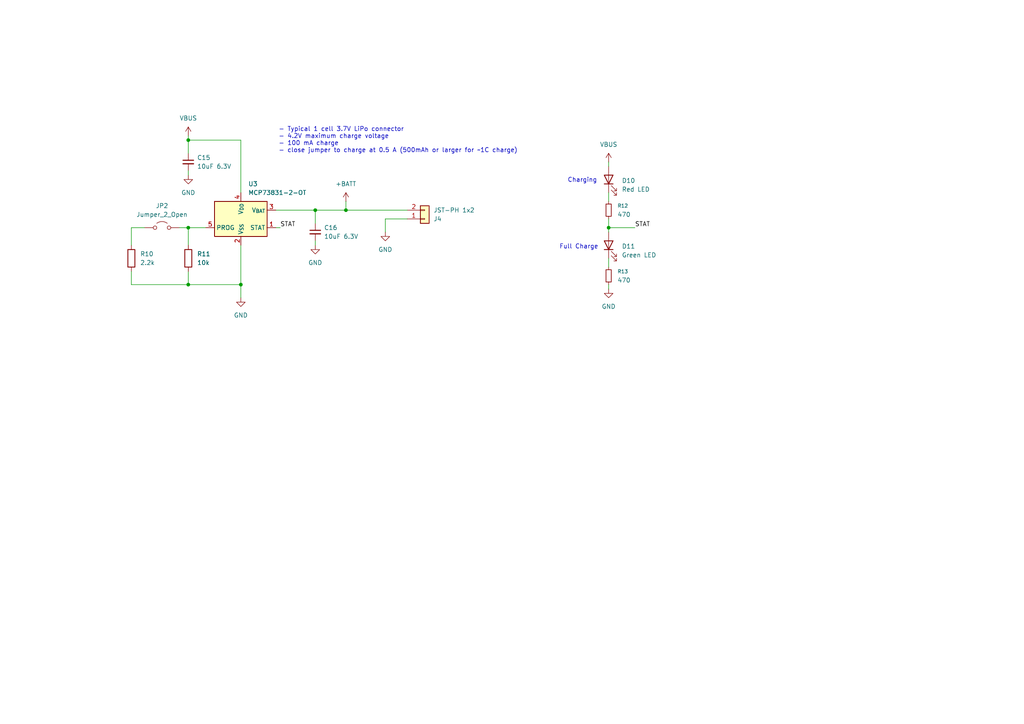
<source format=kicad_sch>
(kicad_sch (version 20250114) (generator "eeschema") (generator_version "9.0")
  (paper "A4")
  (lib_symbols
    (symbol "Battery_Management:MCP73831-2-OT"
      (property "Reference" "U" (at -7.62 6.35 0))
      (property "Value" "MCP73831-2-OT" (at 1.27 6.35 0))
      (symbol "MCP73831-2-OT_0_1"
        (rectangle (start -7.62 5.08) (end 7.62 -5.08) (stroke (width 0.254)) (fill (type background)))
      )
      (symbol "MCP73831-2-OT_1_1"
        (pin input line (at -10.16 -2.54 0) (length 2.54) (name "PROG") (number "5"))
        (pin power_in line (at 0 7.62 270) (length 2.54) (name "V_{DD}") (number "4"))
        (pin power_in line (at 0 -7.62 90) (length 2.54) (name "V_{SS}") (number "2"))
        (pin power_out line (at 10.16 2.54 180) (length 2.54) (name "V_{BAT}") (number "3"))
        (pin tri_state line (at 10.16 -2.54 180) (length 2.54) (name "STAT") (number "1"))
      )
    )
    (symbol "Connector_Generic:Conn_01x02" (pin_names (offset 1.016) (hide yes))
      (property "Reference" "J" (at 0 2.54 0))
      (property "Value" "Conn_01x02" (at 0 -5.08 0))
      (symbol "Conn_01x02_1_1"
        (rectangle (start -1.27 1.27) (end 1.27 -3.81) (stroke (width 0.254)) (fill (type background)))
        (rectangle (start -1.27 0.127) (end 0 -0.127) (stroke (width 0.1524)))
        (rectangle (start -1.27 -2.413) (end 0 -2.667) (stroke (width 0.1524)))
        (pin passive line (at -5.08 0 0) (length 3.81) (name "Pin_1") (number "1"))
        (pin passive line (at -5.08 -2.54 0) (length 3.81) (name "Pin_2") (number "2"))
      )
    )
    (symbol "Device:C_Small" (pin_numbers (hide yes)) (pin_names (offset 0.254) (hide yes))
      (property "Reference" "C" (at 0.254 1.778 0))
      (property "Value" "C_Small" (at 0.254 -2.032 0))
      (symbol "C_Small_0_1"
        (polyline (pts (xy -1.524 0.508) (xy 1.524 0.508)) (stroke (width 0.3048)))
        (polyline (pts (xy -1.524 -0.508) (xy 1.524 -0.508)) (stroke (width 0.3302)))
      )
      (symbol "C_Small_1_1"
        (pin passive line (at 0 2.54 270) (length 2.032) (name "~") (number "1"))
        (pin passive line (at 0 -2.54 90) (length 2.032) (name "~") (number "2"))
      )
    )
    (symbol "Device:LED" (pin_numbers (hide yes)) (pin_names (offset 1.016) (hide yes))
      (property "Reference" "D" (at 0 2.54 0))
      (property "Value" "LED" (at 0 -2.54 0))
      (symbol "LED_0_1"
        (polyline (pts (xy -3.048 -0.762) (xy -4.572 -2.286) (xy -3.81 -2.286) (xy -4.572 -2.286) (xy -4.572 -1.524)))
        (polyline (pts (xy -1.778 -0.762) (xy -3.302 -2.286) (xy -2.54 -2.286) (xy -3.302 -2.286) (xy -3.302 -1.524)))
        (polyline (pts (xy -1.27 0) (xy 1.27 0)))
        (polyline (pts (xy -1.27 -1.27) (xy -1.27 1.27)) (stroke (width 0.254)))
        (polyline (pts (xy 1.27 -1.27) (xy 1.27 1.27) (xy -1.27 0) (xy 1.27 -1.27)) (stroke (width 0.254)))
      )
      (symbol "LED_1_1"
        (pin passive line (at -3.81 0 0) (length 2.54) (name "K") (number "1"))
        (pin passive line (at 3.81 0 180) (length 2.54) (name "A") (number "2"))
      )
    )
    (symbol "Device:R" (pin_numbers (hide yes)) (pin_names (offset 0))
      (property "Reference" "R" (at 2.032 0 90))
      (property "Value" "R" (at 0 0 90))
      (symbol "R_0_1"
        (rectangle (start -1.016 -2.54) (end 1.016 2.54) (stroke (width 0.254)))
      )
      (symbol "R_1_1"
        (pin passive line (at 0 3.81 270) (length 1.27) (name "~") (number "1"))
        (pin passive line (at 0 -3.81 90) (length 1.27) (name "~") (number "2"))
      )
    )
    (symbol "Device:R_Small" (pin_numbers (hide yes)) (pin_names (offset 0.254) (hide yes))
      (property "Reference" "R" (at 0 0 90))
      (property "Value" "R_Small" (at 1.778 0 90))
      (symbol "R_Small_0_1"
        (rectangle (start -0.762 1.778) (end 0.762 -1.778) (stroke (width 0.2032)))
      )
      (symbol "R_Small_1_1"
        (pin passive line (at 0 2.54 270) (length 0.762) (name "~") (number "1"))
        (pin passive line (at 0 -2.54 90) (length 0.762) (name "~") (number "2"))
      )
    )
    (symbol "Jumper:Jumper_2_Open" (pin_numbers (hide yes)) (pin_names (offset 0) (hide yes))
      (property "Reference" "JP" (at 0 2.794 0))
      (property "Value" "Jumper_2_Open" (at 0 -2.286 0))
      (symbol "Jumper_2_Open_0_0"
        (circle (center -2.032 0) (radius 0.508))
        (circle (center 2.032 0) (radius 0.508))
      )
      (symbol "Jumper_2_Open_0_1"
        (arc (start -1.524 1.27) (mid 0 1.778) (end 1.524 1.27))
      )
      (symbol "Jumper_2_Open_1_1"
        (pin passive line (at -5.08 0 0) (length 2.54) (name "A") (number "1"))
        (pin passive line (at 5.08 0 180) (length 2.54) (name "B") (number "2"))
      )
    )
    (symbol "power:+BATT" (power) (pin_numbers (hide yes)) (pin_names (offset 0) (hide yes))
      (property "Value" "+BATT" (at 0 3.556 0))
      (symbol "+BATT_0_1"
        (polyline (pts (xy -0.762 1.27) (xy 0 2.54)))
        (polyline (pts (xy 0 2.54) (xy 0.762 1.27)))
        (polyline (pts (xy 0 0) (xy 0 2.54)))
      )
      (symbol "+BATT_1_1"
        (pin power_in line (at 0 0 90) (length 0) (name "~") (number "1"))
      )
    )
    (symbol "power:GND" (power) (pin_numbers (hide yes)) (pin_names (offset 0) (hide yes))
      (property "Value" "GND" (at 0 -3.81 0))
      (symbol "GND_0_1"
        (polyline (pts (xy 0 0) (xy 0 -1.27) (xy 1.27 -1.27) (xy 0 -2.54) (xy -1.27 -1.27) (xy 0 -1.27)))
      )
      (symbol "GND_1_1"
        (pin power_in line (at 0 0 270) (length 0) (name "~") (number "1"))
      )
    )
    (symbol "power:VBUS" (power) (pin_numbers (hide yes)) (pin_names (offset 0) (hide yes))
      (property "Value" "VBUS" (at 0 3.556 0))
      (symbol "VBUS_0_1"
        (polyline (pts (xy -0.762 1.27) (xy 0 2.54)))
        (polyline (pts (xy 0 2.54) (xy 0.762 1.27)))
        (polyline (pts (xy 0 0) (xy 0 2.54)))
      )
      (symbol "VBUS_1_1"
        (pin power_in line (at 0 0 90) (length 0) (name "~") (number "1"))
      )
    )
  )
  (text "- Typical 1 cell 3.7V LiPo connector\n- 4.2V maximum charge voltage\n- 100 mA charge\n- close jumper to charge at 0.5 A (500mAh or larger for ~1C charge)\n" (at 80.772 40.64 0) (effects (font (size 1.27 1.27)) (justify left)))
  (text "Charging" (at 168.91 52.324 0) (effects (font (size 1.27 1.27))))
  (text "Full Charge" (at 167.894 71.628 0) (effects (font (size 1.27 1.27))))
  (junction (at 176.53 66.04))
  (junction (at 69.85 82.55))
  (junction (at 54.61 82.55))
  (junction (at 54.61 66.04))
  (junction (at 100.33 60.96))
  (junction (at 91.44 60.96))
  (junction (at 54.61 40.64))
  (wire (pts (xy 54.61 66.04) (xy 59.69 66.04)))
  (wire (pts (xy 69.85 71.12) (xy 69.85 82.55)))
  (wire (pts (xy 54.61 44.45) (xy 54.61 40.64)))
  (wire (pts (xy 100.33 60.96) (xy 118.11 60.96)))
  (wire (pts (xy 54.61 39.37) (xy 54.61 40.64)))
  (wire (pts (xy 54.61 82.55) (xy 69.85 82.55)))
  (wire (pts (xy 111.76 67.31) (xy 111.76 63.5)))
  (wire (pts (xy 91.44 60.96) (xy 100.33 60.96)))
  (wire (pts (xy 69.85 82.55) (xy 69.85 86.36)))
  (wire (pts (xy 54.61 82.55) (xy 54.61 78.74)))
  (wire (pts (xy 80.01 66.04) (xy 81.28 66.04)))
  (wire (pts (xy 111.76 63.5) (xy 118.11 63.5)))
  (wire (pts (xy 176.53 82.55) (xy 176.53 83.82)))
  (wire (pts (xy 54.61 71.12) (xy 54.61 66.04)))
  (wire (pts (xy 184.15 66.04) (xy 176.53 66.04)))
  (wire (pts (xy 91.44 69.85) (xy 91.44 71.12)))
  (wire (pts (xy 176.53 66.04) (xy 176.53 67.31)))
  (wire (pts (xy 100.33 58.42) (xy 100.33 60.96)))
  (wire (pts (xy 54.61 49.53) (xy 54.61 50.8)))
  (wire (pts (xy 176.53 66.04) (xy 176.53 63.5)))
  (wire (pts (xy 176.53 55.88) (xy 176.53 58.42)))
  (wire (pts (xy 52.07 66.04) (xy 54.61 66.04)))
  (wire (pts (xy 69.85 40.64) (xy 69.85 55.88)))
  (wire (pts (xy 38.1 82.55) (xy 54.61 82.55)))
  (wire (pts (xy 91.44 64.77) (xy 91.44 60.96)))
  (wire (pts (xy 38.1 66.04) (xy 41.91 66.04)))
  (wire (pts (xy 38.1 71.12) (xy 38.1 66.04)))
  (wire (pts (xy 38.1 78.74) (xy 38.1 82.55)))
  (wire (pts (xy 54.61 40.64) (xy 69.85 40.64)))
  (wire (pts (xy 176.53 74.93) (xy 176.53 77.47)))
  (wire (pts (xy 80.01 60.96) (xy 91.44 60.96)))
  (wire (pts (xy 176.53 46.99) (xy 176.53 48.26)))
  (label "STAT" (at 184.15 66.04 0))
  (label "STAT" (at 81.28 66.04 0))
  (symbol (lib_id "Jumper:Jumper_2_Open") (at 46.99 66.04 0) (unit 1)
    (property "Reference" "JP2" (at 46.99 59.69 0))
    (property "Value" "Jumper_2_Open" (at 46.99 62.23 0))
    (property "Footprint" "Jumper:SolderJumper-2_P1.3mm_Open_RoundedPad1.0x1.5mm" (effects (hide yes)))
    (property "Description" "Jumper, 2-pole, open" (effects (hide yes)))
  )
  (symbol (lib_id "Device:LED") (at 176.53 71.12 90) (unit 1)
    (property "Reference" "D11" (at 180.34 71.4374 90) (effects (justify right)))
    (property "Value" "Green LED" (at 180.34 73.9774 90) (effects (justify right)))
    (property "Footprint" "LED_SMD:LED_0603_1608Metric" (effects (hide yes)))
    (property "Description" "Light emitting diode" (effects (hide yes)))
    (property "Sim.Pins" "1=K 2=A" (effects (hide yes)))
  )
  (symbol (lib_id "Device:R") (at 54.61 74.93 0) (unit 1)
    (property "Reference" "R11" (at 57.15 73.6599 0) (effects (justify left)))
    (property "Value" "10k" (at 57.15 76.1999 0) (effects (justify left)))
    (property "Footprint" "Resistor_SMD:R_0603_1608Metric" (effects (hide yes)))
    (property "Description" "Resistor" (effects (hide yes)))
  )
  (symbol (lib_id "power:+BATT") (at 100.33 58.42 0) (unit 1)
    (property "Reference" "#PWR038" (effects (hide yes)))
    (property "Value" "+BATT" (at 100.33 53.34 0))
    (property "Description" "Power symbol creates a global label with name \"+BATT\"" (effects (hide yes)))
  )
  (symbol (lib_id "Device:R_Small") (at 176.53 80.01 0) (unit 1)
    (property "Reference" "R13" (at 179.07 78.7399 0) (effects (font (size 1.016 1.016)) (justify left)))
    (property "Value" "470" (at 179.07 81.2799 0) (effects (justify left)))
    (property "Footprint" "Resistor_SMD:R_0603_1608Metric" (effects (hide yes)))
    (property "Description" "Resistor, small symbol" (effects (hide yes)))
  )
  (symbol (lib_id "power:GND") (at 69.85 86.36 0) (unit 1)
    (property "Reference" "#PWR036" (effects (hide yes)))
    (property "Value" "GND" (at 69.85 91.44 0))
    (property "Description" "Power symbol creates a global label with name \"GND\" , ground" (effects (hide yes)))
  )
  (symbol (lib_id "Device:R") (at 38.1 74.93 0) (unit 1)
    (property "Reference" "R10" (at 40.64 73.6599 0) (effects (justify left)))
    (property "Value" "2.2k" (at 40.64 76.1999 0) (effects (justify left)))
    (property "Footprint" "Resistor_SMD:R_0603_1608Metric" (effects (hide yes)))
    (property "Description" "Resistor" (effects (hide yes)))
  )
  (symbol (lib_id "Device:C_Small") (at 54.61 46.99 0) (unit 1)
    (property "Reference" "C15" (at 57.15 45.7262 0) (effects (justify left)))
    (property "Value" "10uF 6.3V" (at 57.15 48.2662 0) (effects (justify left)))
    (property "Footprint" "Capacitor_SMD:C_0603_1608Metric" (effects (hide yes)))
    (property "Description" "Unpolarized capacitor, small symbol" (effects (hide yes)))
  )
  (symbol (lib_id "Battery_Management:MCP73831-2-OT") (at 69.85 63.5 0) (unit 1)
    (property "Reference" "U3" (at 71.9933 53.34 0) (effects (justify left)))
    (property "Value" "MCP73831-2-OT" (at 71.9933 55.88 0) (effects (justify left)))
    (property "Footprint" "Package_TO_SOT_SMD:SOT-23-5" (effects (hide yes)))
    (property "Datasheet" "http://ww1.microchip.com/downloads/en/DeviceDoc/20001984g.pdf" (effects (hide yes)))
    (property "Description" "Single cell, Li-Ion/Li-Po charge management controller, 4.20V, Tri-State Status Output, in SOT23-5 package" (effects (hide yes)))
  )
  (symbol (lib_id "Device:R_Small") (at 176.53 60.96 0) (unit 1)
    (property "Reference" "R12" (at 179.07 59.6899 0) (effects (font (size 1.016 1.016)) (justify left)))
    (property "Value" "470" (at 179.07 62.2299 0) (effects (justify left)))
    (property "Footprint" "Resistor_SMD:R_0603_1608Metric" (effects (hide yes)))
    (property "Description" "Resistor, small symbol" (effects (hide yes)))
  )
  (symbol (lib_id "power:VBUS") (at 54.61 39.37 0) (unit 1)
    (property "Reference" "#PWR034" (effects (hide yes)))
    (property "Value" "VBUS" (at 54.61 34.29 0))
    (property "Description" "Power symbol creates a global label with name \"VBUS\"" (effects (hide yes)))
  )
  (symbol (lib_id "power:VBUS") (at 176.53 46.99 0) (unit 1)
    (property "Reference" "#PWR040" (effects (hide yes)))
    (property "Value" "VBUS" (at 176.53 41.91 0))
    (property "Description" "Power symbol creates a global label with name \"VBUS\"" (effects (hide yes)))
  )
  (symbol (lib_id "power:GND") (at 91.44 71.12 0) (unit 1)
    (property "Reference" "#PWR037" (effects (hide yes)))
    (property "Value" "GND" (at 91.44 76.2 0))
    (property "Description" "Power symbol creates a global label with name \"GND\" , ground" (effects (hide yes)))
  )
  (symbol (lib_id "Device:LED") (at 176.53 52.07 90) (unit 1)
    (property "Reference" "D10" (at 180.34 52.3874 90) (effects (justify right)))
    (property "Value" "Red LED" (at 180.34 54.9274 90) (effects (justify right)))
    (property "Footprint" "LED_SMD:LED_0603_1608Metric" (effects (hide yes)))
    (property "Description" "Light emitting diode" (effects (hide yes)))
    (property "Sim.Pins" "1=K 2=A" (effects (hide yes)))
  )
  (symbol (lib_id "Device:C_Small") (at 91.44 67.31 0) (unit 1)
    (property "Reference" "C16" (at 93.98 66.0462 0) (effects (justify left)))
    (property "Value" "10uF 6.3V" (at 93.98 68.5862 0) (effects (justify left)))
    (property "Footprint" "Capacitor_SMD:C_0603_1608Metric" (effects (hide yes)))
    (property "Description" "Unpolarized capacitor, small symbol" (effects (hide yes)))
  )
  (symbol (lib_id "power:GND") (at 176.53 83.82 0) (unit 1)
    (property "Reference" "#PWR041" (effects (hide yes)))
    (property "Value" "GND" (at 176.53 88.9 0))
    (property "Description" "Power symbol creates a global label with name \"GND\" , ground" (effects (hide yes)))
  )
  (symbol (lib_id "power:GND") (at 111.76 67.31 0) (unit 1)
    (property "Reference" "#PWR039" (effects (hide yes)))
    (property "Value" "GND" (at 111.76 72.39 0))
    (property "Description" "Power symbol creates a global label with name \"GND\" , ground" (effects (hide yes)))
  )
  (symbol (lib_id "Connector_Generic:Conn_01x02") (at 123.19 63.5 0) (mirror x) (unit 1)
    (property "Reference" "J4" (at 125.73 63.5001 0) (effects (justify left)))
    (property "Value" "JST-PH 1x2" (at 125.73 60.9601 0) (effects (justify left)))
    (property "Footprint" "Connector_JST:JST_PH_S2B-PH-K_1x02_P2.00mm_Horizontal" (effects (hide yes)))
    (property "Description" "Generic connector, single row, 01x02, script generated (kicad-library-utils/schlib/autogen/connector/)" (effects (hide yes)))
  )
  (symbol (lib_id "power:GND") (at 54.61 50.8 0) (unit 1)
    (property "Reference" "#PWR035" (effects (hide yes)))
    (property "Value" "GND" (at 54.61 55.88 0))
    (property "Description" "Power symbol creates a global label with name \"GND\" , ground" (effects (hide yes)))
  )
)
</source>
